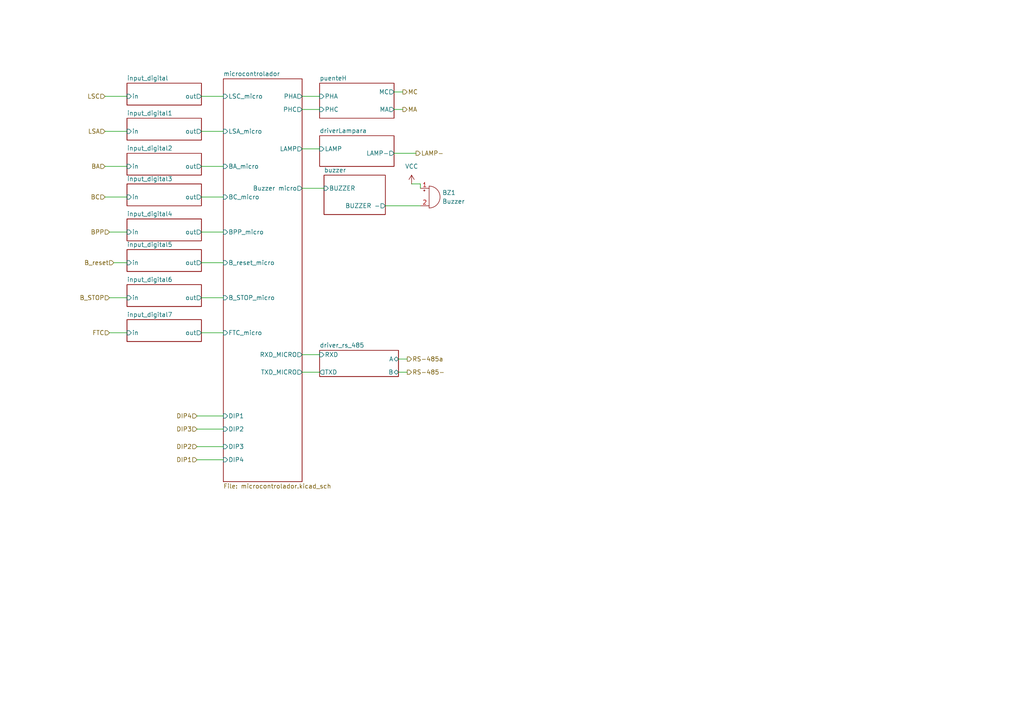
<source format=kicad_sch>
(kicad_sch
	(version 20250114)
	(generator "eeschema")
	(generator_version "9.0")
	(uuid "fc91fe1c-2237-46bf-bda6-89d7e4ab7495")
	(paper "A4")
	(lib_symbols
		(symbol "Device:Buzzer"
			(pin_names
				(offset 0.0254)
				(hide yes)
			)
			(exclude_from_sim no)
			(in_bom yes)
			(on_board yes)
			(property "Reference" "BZ"
				(at 3.81 1.27 0)
				(effects
					(font
						(size 1.27 1.27)
					)
					(justify left)
				)
			)
			(property "Value" "Buzzer"
				(at 3.81 -1.27 0)
				(effects
					(font
						(size 1.27 1.27)
					)
					(justify left)
				)
			)
			(property "Footprint" ""
				(at -0.635 2.54 90)
				(effects
					(font
						(size 1.27 1.27)
					)
					(hide yes)
				)
			)
			(property "Datasheet" "~"
				(at -0.635 2.54 90)
				(effects
					(font
						(size 1.27 1.27)
					)
					(hide yes)
				)
			)
			(property "Description" "Buzzer, polarized"
				(at 0 0 0)
				(effects
					(font
						(size 1.27 1.27)
					)
					(hide yes)
				)
			)
			(property "ki_keywords" "quartz resonator ceramic"
				(at 0 0 0)
				(effects
					(font
						(size 1.27 1.27)
					)
					(hide yes)
				)
			)
			(property "ki_fp_filters" "*Buzzer*"
				(at 0 0 0)
				(effects
					(font
						(size 1.27 1.27)
					)
					(hide yes)
				)
			)
			(symbol "Buzzer_0_1"
				(polyline
					(pts
						(xy -1.651 1.905) (xy -1.143 1.905)
					)
					(stroke
						(width 0)
						(type default)
					)
					(fill
						(type none)
					)
				)
				(polyline
					(pts
						(xy -1.397 2.159) (xy -1.397 1.651)
					)
					(stroke
						(width 0)
						(type default)
					)
					(fill
						(type none)
					)
				)
				(arc
					(start 0 3.175)
					(mid 3.1612 0)
					(end 0 -3.175)
					(stroke
						(width 0)
						(type default)
					)
					(fill
						(type none)
					)
				)
				(polyline
					(pts
						(xy 0 3.175) (xy 0 -3.175)
					)
					(stroke
						(width 0)
						(type default)
					)
					(fill
						(type none)
					)
				)
			)
			(symbol "Buzzer_1_1"
				(pin passive line
					(at -2.54 2.54 0)
					(length 2.54)
					(name "+"
						(effects
							(font
								(size 1.27 1.27)
							)
						)
					)
					(number "1"
						(effects
							(font
								(size 1.27 1.27)
							)
						)
					)
				)
				(pin passive line
					(at -2.54 -2.54 0)
					(length 2.54)
					(name "-"
						(effects
							(font
								(size 1.27 1.27)
							)
						)
					)
					(number "2"
						(effects
							(font
								(size 1.27 1.27)
							)
						)
					)
				)
			)
			(embedded_fonts no)
		)
		(symbol "power:VCC"
			(power)
			(pin_numbers
				(hide yes)
			)
			(pin_names
				(offset 0)
				(hide yes)
			)
			(exclude_from_sim no)
			(in_bom yes)
			(on_board yes)
			(property "Reference" "#PWR"
				(at 0 -3.81 0)
				(effects
					(font
						(size 1.27 1.27)
					)
					(hide yes)
				)
			)
			(property "Value" "VCC"
				(at 0 3.556 0)
				(effects
					(font
						(size 1.27 1.27)
					)
				)
			)
			(property "Footprint" ""
				(at 0 0 0)
				(effects
					(font
						(size 1.27 1.27)
					)
					(hide yes)
				)
			)
			(property "Datasheet" ""
				(at 0 0 0)
				(effects
					(font
						(size 1.27 1.27)
					)
					(hide yes)
				)
			)
			(property "Description" "Power symbol creates a global label with name \"VCC\""
				(at 0 0 0)
				(effects
					(font
						(size 1.27 1.27)
					)
					(hide yes)
				)
			)
			(property "ki_keywords" "global power"
				(at 0 0 0)
				(effects
					(font
						(size 1.27 1.27)
					)
					(hide yes)
				)
			)
			(symbol "VCC_0_1"
				(polyline
					(pts
						(xy -0.762 1.27) (xy 0 2.54)
					)
					(stroke
						(width 0)
						(type default)
					)
					(fill
						(type none)
					)
				)
				(polyline
					(pts
						(xy 0 2.54) (xy 0.762 1.27)
					)
					(stroke
						(width 0)
						(type default)
					)
					(fill
						(type none)
					)
				)
				(polyline
					(pts
						(xy 0 0) (xy 0 2.54)
					)
					(stroke
						(width 0)
						(type default)
					)
					(fill
						(type none)
					)
				)
			)
			(symbol "VCC_1_1"
				(pin power_in line
					(at 0 0 90)
					(length 0)
					(name "~"
						(effects
							(font
								(size 1.27 1.27)
							)
						)
					)
					(number "1"
						(effects
							(font
								(size 1.27 1.27)
							)
						)
					)
				)
			)
			(embedded_fonts no)
		)
	)
	(wire
		(pts
			(xy 121.92 53.34) (xy 121.92 54.61)
		)
		(stroke
			(width 0)
			(type default)
		)
		(uuid "0aa84c09-4fad-453b-b922-d76f6aeec04d")
	)
	(wire
		(pts
			(xy 87.63 43.18) (xy 92.71 43.18)
		)
		(stroke
			(width 0)
			(type default)
		)
		(uuid "0e42d8db-b3f8-42cc-b512-58357173be34")
	)
	(wire
		(pts
			(xy 30.48 38.1) (xy 36.83 38.1)
		)
		(stroke
			(width 0)
			(type default)
		)
		(uuid "0e7d8416-1bbc-489f-9931-ca6d9622f997")
	)
	(wire
		(pts
			(xy 87.63 27.94) (xy 92.71 27.94)
		)
		(stroke
			(width 0)
			(type default)
		)
		(uuid "203b9f4a-469c-415c-a063-b3790b9feb30")
	)
	(wire
		(pts
			(xy 30.48 48.26) (xy 36.83 48.26)
		)
		(stroke
			(width 0)
			(type default)
		)
		(uuid "36aa04ee-ef43-417d-9935-f73cd4d38546")
	)
	(wire
		(pts
			(xy 30.48 27.94) (xy 36.83 27.94)
		)
		(stroke
			(width 0)
			(type default)
		)
		(uuid "460c413a-6b7c-49e5-810b-5aea363429fd")
	)
	(wire
		(pts
			(xy 111.76 59.69) (xy 121.92 59.69)
		)
		(stroke
			(width 0)
			(type default)
		)
		(uuid "46c3b805-b060-4e7e-97c3-0ffd317b0cea")
	)
	(wire
		(pts
			(xy 58.42 38.1) (xy 64.77 38.1)
		)
		(stroke
			(width 0)
			(type default)
		)
		(uuid "4af313f7-8820-46a2-886b-42650dc98d7c")
	)
	(wire
		(pts
			(xy 58.42 76.2) (xy 64.77 76.2)
		)
		(stroke
			(width 0)
			(type default)
		)
		(uuid "55bc6944-bc89-49ed-8a66-f3c6f431a49c")
	)
	(wire
		(pts
			(xy 33.02 76.2) (xy 36.83 76.2)
		)
		(stroke
			(width 0)
			(type default)
		)
		(uuid "61e9a40e-29b1-49b1-b3b4-e2d1deeb0548")
	)
	(wire
		(pts
			(xy 115.57 104.14) (xy 118.11 104.14)
		)
		(stroke
			(width 0)
			(type default)
		)
		(uuid "6265fbc8-cdde-45c4-92ab-42ddff6c3435")
	)
	(wire
		(pts
			(xy 115.57 107.95) (xy 118.11 107.95)
		)
		(stroke
			(width 0)
			(type default)
		)
		(uuid "70bb34a7-347a-4dda-86f8-f2d59f3c16b8")
	)
	(wire
		(pts
			(xy 58.42 27.94) (xy 64.77 27.94)
		)
		(stroke
			(width 0)
			(type default)
		)
		(uuid "711a04ff-ddf0-4415-8ef5-23bd2d0588a2")
	)
	(wire
		(pts
			(xy 87.63 102.87) (xy 92.71 102.87)
		)
		(stroke
			(width 0)
			(type default)
		)
		(uuid "73ebaa07-97ff-4990-b786-a0c412361358")
	)
	(wire
		(pts
			(xy 58.42 86.36) (xy 64.77 86.36)
		)
		(stroke
			(width 0)
			(type default)
		)
		(uuid "76077fe3-c4a9-4417-82d9-68e9b47f8c23")
	)
	(wire
		(pts
			(xy 58.42 67.31) (xy 64.77 67.31)
		)
		(stroke
			(width 0)
			(type default)
		)
		(uuid "7aefd4e7-b620-4e3c-9c40-fc5082a97400")
	)
	(wire
		(pts
			(xy 58.42 57.15) (xy 64.77 57.15)
		)
		(stroke
			(width 0)
			(type default)
		)
		(uuid "88f9dbae-914d-4cc9-901e-00ae1660ee1c")
	)
	(wire
		(pts
			(xy 31.75 96.52) (xy 36.83 96.52)
		)
		(stroke
			(width 0)
			(type default)
		)
		(uuid "8d592de4-c56d-4f1e-8742-0b9a7bb2ff05")
	)
	(wire
		(pts
			(xy 57.15 133.35) (xy 64.77 133.35)
		)
		(stroke
			(width 0)
			(type default)
		)
		(uuid "9e68e483-1e4f-44b8-be31-500ce7628d9e")
	)
	(wire
		(pts
			(xy 31.75 67.31) (xy 36.83 67.31)
		)
		(stroke
			(width 0)
			(type default)
		)
		(uuid "a05e68e4-0de2-4f45-860d-c34aba5d6888")
	)
	(wire
		(pts
			(xy 57.15 120.65) (xy 64.77 120.65)
		)
		(stroke
			(width 0)
			(type default)
		)
		(uuid "a84a57b3-c81c-40de-9297-2ca18cabab46")
	)
	(wire
		(pts
			(xy 30.48 57.15) (xy 36.83 57.15)
		)
		(stroke
			(width 0)
			(type default)
		)
		(uuid "a9f0e3e0-82f5-4175-a90b-d987d1001012")
	)
	(wire
		(pts
			(xy 87.63 54.61) (xy 93.98 54.61)
		)
		(stroke
			(width 0)
			(type default)
		)
		(uuid "bbed0be6-6c98-4bb9-9adb-b7db26a75a16")
	)
	(wire
		(pts
			(xy 57.15 129.54) (xy 64.77 129.54)
		)
		(stroke
			(width 0)
			(type default)
		)
		(uuid "cdf16088-a064-4c0a-b2fd-4e2f53cfbc65")
	)
	(wire
		(pts
			(xy 114.3 31.75) (xy 116.84 31.75)
		)
		(stroke
			(width 0)
			(type default)
		)
		(uuid "d19db01a-aecd-4671-b765-b58a6f54d03a")
	)
	(wire
		(pts
			(xy 58.42 48.26) (xy 64.77 48.26)
		)
		(stroke
			(width 0)
			(type default)
		)
		(uuid "d7614583-f04b-4381-ad12-f447bcd62786")
	)
	(wire
		(pts
			(xy 114.3 26.67) (xy 116.84 26.67)
		)
		(stroke
			(width 0)
			(type default)
		)
		(uuid "dbc87232-d5c2-4682-8d25-eea1113d6687")
	)
	(wire
		(pts
			(xy 87.63 107.95) (xy 92.71 107.95)
		)
		(stroke
			(width 0)
			(type default)
		)
		(uuid "e7383b6f-5fe6-4a6b-a3d1-8dd088595148")
	)
	(wire
		(pts
			(xy 58.42 96.52) (xy 64.77 96.52)
		)
		(stroke
			(width 0)
			(type default)
		)
		(uuid "ea164012-c232-4729-badc-a50c9f3d2497")
	)
	(wire
		(pts
			(xy 119.38 53.34) (xy 121.92 53.34)
		)
		(stroke
			(width 0)
			(type default)
		)
		(uuid "ea267098-089a-4cda-aef7-ed34fb43dd9d")
	)
	(wire
		(pts
			(xy 31.75 86.36) (xy 36.83 86.36)
		)
		(stroke
			(width 0)
			(type default)
		)
		(uuid "ebbd5452-a765-41d0-85cd-66484ee7f573")
	)
	(wire
		(pts
			(xy 87.63 31.75) (xy 92.71 31.75)
		)
		(stroke
			(width 0)
			(type default)
		)
		(uuid "ec5ab31d-46ab-4038-acc6-4abb5f2b24aa")
	)
	(wire
		(pts
			(xy 57.15 124.46) (xy 64.77 124.46)
		)
		(stroke
			(width 0)
			(type default)
		)
		(uuid "ece0fd87-e8a3-4f39-b122-b8823a101924")
	)
	(wire
		(pts
			(xy 114.3 44.45) (xy 120.65 44.45)
		)
		(stroke
			(width 0)
			(type default)
		)
		(uuid "f261064a-5bbd-4865-814a-75ac5afb9448")
	)
	(hierarchical_label "B­_STOP"
		(shape input)
		(at 31.75 86.36 180)
		(effects
			(font
				(size 1.27 1.27)
			)
			(justify right)
		)
		(uuid "0d4d56da-6c61-4b31-be9b-4dc97a2f4497")
	)
	(hierarchical_label "RS-485a"
		(shape output)
		(at 118.11 104.14 0)
		(effects
			(font
				(size 1.27 1.27)
			)
			(justify left)
		)
		(uuid "0e81b208-c3f5-426e-9699-1af0669eb551")
	)
	(hierarchical_label "BC"
		(shape input)
		(at 30.48 57.15 180)
		(effects
			(font
				(size 1.27 1.27)
			)
			(justify right)
		)
		(uuid "10214a26-dde2-4732-8d39-cc36347db489")
	)
	(hierarchical_label "DIP2"
		(shape input)
		(at 57.15 129.54 180)
		(effects
			(font
				(size 1.27 1.27)
			)
			(justify right)
		)
		(uuid "14b71a32-ad4e-4f40-99e5-9395e981b2b3")
	)
	(hierarchical_label "MA"
		(shape output)
		(at 116.84 31.75 0)
		(effects
			(font
				(size 1.27 1.27)
			)
			(justify left)
		)
		(uuid "19325b16-1fcf-4d51-a28c-79b91db98be0")
	)
	(hierarchical_label "DIP4"
		(shape input)
		(at 57.15 120.65 180)
		(effects
			(font
				(size 1.27 1.27)
			)
			(justify right)
		)
		(uuid "1b795bf6-2f1e-4560-ac52-31a40fa20119")
	)
	(hierarchical_label "LSC"
		(shape input)
		(at 30.48 27.94 180)
		(effects
			(font
				(size 1.27 1.27)
			)
			(justify right)
		)
		(uuid "3c1aff68-f2dc-4ebc-9a80-d997ea5decf7")
	)
	(hierarchical_label "DIP1"
		(shape input)
		(at 57.15 133.35 180)
		(effects
			(font
				(size 1.27 1.27)
			)
			(justify right)
		)
		(uuid "66664653-af7f-4d0f-8907-5a40cc385f46")
	)
	(hierarchical_label "BA"
		(shape input)
		(at 30.48 48.26 180)
		(effects
			(font
				(size 1.27 1.27)
			)
			(justify right)
		)
		(uuid "677cd92c-2dcf-4b1c-9020-90c0c6c5b579")
	)
	(hierarchical_label "FTC"
		(shape input)
		(at 31.75 96.52 180)
		(effects
			(font
				(size 1.27 1.27)
			)
			(justify right)
		)
		(uuid "8d5ef5e7-8439-4355-9453-ac45b0647b13")
	)
	(hierarchical_label "BPP"
		(shape input)
		(at 31.75 67.31 180)
		(effects
			(font
				(size 1.27 1.27)
			)
			(justify right)
		)
		(uuid "93faa285-5ee5-466a-9327-8cee38e317c4")
	)
	(hierarchical_label "LSA"
		(shape input)
		(at 30.48 38.1 180)
		(effects
			(font
				(size 1.27 1.27)
			)
			(justify right)
		)
		(uuid "9c70576a-b864-4366-b7f4-a914778bd820")
	)
	(hierarchical_label "LAMP-"
		(shape output)
		(at 120.65 44.45 0)
		(effects
			(font
				(size 1.27 1.27)
			)
			(justify left)
		)
		(uuid "9e33dcf3-d886-493f-aecd-4a137c07e492")
	)
	(hierarchical_label "MC"
		(shape output)
		(at 116.84 26.67 0)
		(effects
			(font
				(size 1.27 1.27)
			)
			(justify left)
		)
		(uuid "b6703265-a165-40d0-b306-0c0df4417f54")
	)
	(hierarchical_label "DIP3"
		(shape input)
		(at 57.15 124.46 180)
		(effects
			(font
				(size 1.27 1.27)
			)
			(justify right)
		)
		(uuid "b737511c-2ee2-4ccd-b4be-a16dfad68999")
	)
	(hierarchical_label "RS-485-"
		(shape output)
		(at 118.11 107.95 0)
		(effects
			(font
				(size 1.27 1.27)
			)
			(justify left)
		)
		(uuid "d91f875e-6ffb-47f0-9d5a-cc03f05eec4c")
	)
	(hierarchical_label "B­_reset"
		(shape input)
		(at 33.02 76.2 180)
		(effects
			(font
				(size 1.27 1.27)
			)
			(justify right)
		)
		(uuid "f2c967fa-278c-49f1-a1fb-e0ea9861d2ad")
	)
	(symbol
		(lib_id "power:VCC")
		(at 119.38 53.34 0)
		(unit 1)
		(exclude_from_sim no)
		(in_bom yes)
		(on_board yes)
		(dnp no)
		(fields_autoplaced yes)
		(uuid "38356fb4-1cf8-41b7-808f-1d426a78974d")
		(property "Reference" "#PWR043"
			(at 119.38 57.15 0)
			(effects
				(font
					(size 1.27 1.27)
				)
				(hide yes)
			)
		)
		(property "Value" "VCC"
			(at 119.38 48.26 0)
			(effects
				(font
					(size 1.27 1.27)
				)
			)
		)
		(property "Footprint" ""
			(at 119.38 53.34 0)
			(effects
				(font
					(size 1.27 1.27)
				)
				(hide yes)
			)
		)
		(property "Datasheet" ""
			(at 119.38 53.34 0)
			(effects
				(font
					(size 1.27 1.27)
				)
				(hide yes)
			)
		)
		(property "Description" "Power symbol creates a global label with name \"VCC\""
			(at 119.38 53.34 0)
			(effects
				(font
					(size 1.27 1.27)
				)
				(hide yes)
			)
		)
		(pin "1"
			(uuid "0bcb4200-6b8f-418e-b36a-852c5d5696d2")
		)
		(instances
			(project "micro_portonautomatico"
				(path "/da1145e1-2c07-4dac-8610-a797132a4086/8b49da45-845a-4e7e-a7fe-429c55383e8c"
					(reference "#PWR043")
					(unit 1)
				)
			)
		)
	)
	(symbol
		(lib_id "Device:Buzzer")
		(at 124.46 57.15 0)
		(unit 1)
		(exclude_from_sim no)
		(in_bom yes)
		(on_board yes)
		(dnp no)
		(fields_autoplaced yes)
		(uuid "8371fa4a-9db8-4595-8679-205dc43069ca")
		(property "Reference" "BZ1"
			(at 128.27 55.8799 0)
			(effects
				(font
					(size 1.27 1.27)
				)
				(justify left)
			)
		)
		(property "Value" "Buzzer"
			(at 128.27 58.4199 0)
			(effects
				(font
					(size 1.27 1.27)
				)
				(justify left)
			)
		)
		(property "Footprint" ""
			(at 123.825 54.61 90)
			(effects
				(font
					(size 1.27 1.27)
				)
				(hide yes)
			)
		)
		(property "Datasheet" "~"
			(at 123.825 54.61 90)
			(effects
				(font
					(size 1.27 1.27)
				)
				(hide yes)
			)
		)
		(property "Description" "Buzzer, polarized"
			(at 124.46 57.15 0)
			(effects
				(font
					(size 1.27 1.27)
				)
				(hide yes)
			)
		)
		(pin "2"
			(uuid "ccf8e247-2466-4127-b92a-c6a29cfa13af")
		)
		(pin "1"
			(uuid "05c2860e-1327-48df-b825-0d0bd42a5ef6")
		)
		(instances
			(project "micro_portonautomatico"
				(path "/da1145e1-2c07-4dac-8610-a797132a4086/8b49da45-845a-4e7e-a7fe-429c55383e8c"
					(reference "BZ1")
					(unit 1)
				)
			)
		)
	)
	(sheet
		(at 93.98 50.8)
		(size 17.78 11.43)
		(exclude_from_sim no)
		(in_bom yes)
		(on_board yes)
		(dnp no)
		(fields_autoplaced yes)
		(stroke
			(width 0.1524)
			(type solid)
		)
		(fill
			(color 0 0 0 0.0000)
		)
		(uuid "09e59ffd-dfa3-410f-80df-7f6b336d8728")
		(property "Sheetname" "buzzer"
			(at 93.98 50.0884 0)
			(effects
				(font
					(size 1.27 1.27)
				)
				(justify left bottom)
			)
		)
		(property "Sheetfile" "buzzer.kicad_sch"
			(at 93.98 62.8146 0)
			(effects
				(font
					(size 1.27 1.27)
				)
				(justify left top)
				(hide yes)
			)
		)
		(pin "BUZZER" input
			(at 93.98 54.61 180)
			(uuid "baa224b8-1326-4dd2-803a-083d33508749")
			(effects
				(font
					(size 1.27 1.27)
				)
				(justify left)
			)
		)
		(pin "BUZZER -" output
			(at 111.76 59.69 0)
			(uuid "813fc799-964a-4707-86a2-124a1399c1cd")
			(effects
				(font
					(size 1.27 1.27)
				)
				(justify right)
			)
		)
		(instances
			(project "micro_portonautomatico"
				(path "/da1145e1-2c07-4dac-8610-a797132a4086/8b49da45-845a-4e7e-a7fe-429c55383e8c"
					(page "16")
				)
			)
		)
	)
	(sheet
		(at 92.71 101.6)
		(size 22.86 7.62)
		(exclude_from_sim no)
		(in_bom yes)
		(on_board yes)
		(dnp no)
		(fields_autoplaced yes)
		(stroke
			(width 0.1524)
			(type solid)
		)
		(fill
			(color 0 0 0 0.0000)
		)
		(uuid "15bcdeb6-f06e-4254-848c-44ca59e44e8f")
		(property "Sheetname" "driver_rs_485"
			(at 92.71 100.8884 0)
			(effects
				(font
					(size 1.27 1.27)
				)
				(justify left bottom)
			)
		)
		(property "Sheetfile" "driver_rs_485.kicad_sch"
			(at 92.71 109.8046 0)
			(effects
				(font
					(size 1.27 1.27)
				)
				(justify left top)
				(hide yes)
			)
		)
		(pin "A" bidirectional
			(at 115.57 104.14 0)
			(uuid "4814d1cd-6917-49f6-863e-6226175ae21b")
			(effects
				(font
					(size 1.27 1.27)
				)
				(justify right)
			)
		)
		(pin "B" bidirectional
			(at 115.57 107.95 0)
			(uuid "b9eaa67a-2b08-4427-b3d9-af52ec57e03d")
			(effects
				(font
					(size 1.27 1.27)
				)
				(justify right)
			)
		)
		(pin "RXD" input
			(at 92.71 102.87 180)
			(uuid "3c75b13a-d267-48d9-b912-17ba05153814")
			(effects
				(font
					(size 1.27 1.27)
				)
				(justify left)
			)
		)
		(pin "TXD" output
			(at 92.71 107.95 180)
			(uuid "8b94d537-e8f7-42f8-af1c-3f3d73ca7a5c")
			(effects
				(font
					(size 1.27 1.27)
				)
				(justify left)
			)
		)
		(instances
			(project "micro_portonautomatico"
				(path "/da1145e1-2c07-4dac-8610-a797132a4086/8b49da45-845a-4e7e-a7fe-429c55383e8c"
					(page "16")
				)
			)
		)
	)
	(sheet
		(at 36.83 82.55)
		(size 21.59 6.35)
		(exclude_from_sim no)
		(in_bom yes)
		(on_board yes)
		(dnp no)
		(fields_autoplaced yes)
		(stroke
			(width 0.1524)
			(type solid)
		)
		(fill
			(color 0 0 0 0.0000)
		)
		(uuid "192b6e6b-c257-47fe-88cc-69f949e65f26")
		(property "Sheetname" "input_digital6"
			(at 36.83 81.8384 0)
			(effects
				(font
					(size 1.27 1.27)
				)
				(justify left bottom)
			)
		)
		(property "Sheetfile" "input_digital.kicad_sch"
			(at 36.83 89.4846 0)
			(effects
				(font
					(size 1.27 1.27)
				)
				(justify left top)
				(hide yes)
			)
		)
		(pin "in" input
			(at 36.83 86.36 180)
			(uuid "012b64a6-bca8-4d88-8e13-dc2e067a5862")
			(effects
				(font
					(size 1.27 1.27)
				)
				(justify left)
			)
		)
		(pin "out" output
			(at 58.42 86.36 0)
			(uuid "2c7c6ee2-7ce0-475a-bf5a-03d925c4c92c")
			(effects
				(font
					(size 1.27 1.27)
				)
				(justify right)
			)
		)
		(instances
			(project "micro_portonautomatico"
				(path "/da1145e1-2c07-4dac-8610-a797132a4086/8b49da45-845a-4e7e-a7fe-429c55383e8c"
					(page "9")
				)
			)
		)
	)
	(sheet
		(at 36.83 24.13)
		(size 21.59 6.35)
		(exclude_from_sim no)
		(in_bom yes)
		(on_board yes)
		(dnp no)
		(fields_autoplaced yes)
		(stroke
			(width 0.1524)
			(type solid)
		)
		(fill
			(color 0 0 0 0.0000)
		)
		(uuid "320fa587-ed47-4e6b-b882-f5ae5c58fd63")
		(property "Sheetname" "input_digital"
			(at 36.83 23.4184 0)
			(effects
				(font
					(size 1.27 1.27)
				)
				(justify left bottom)
			)
		)
		(property "Sheetfile" "input_digital.kicad_sch"
			(at 36.83 31.0646 0)
			(effects
				(font
					(size 1.27 1.27)
				)
				(justify left top)
				(hide yes)
			)
		)
		(pin "in" input
			(at 36.83 27.94 180)
			(uuid "ce445759-fd34-4dbb-9a99-5e4844021e7f")
			(effects
				(font
					(size 1.27 1.27)
				)
				(justify left)
			)
		)
		(pin "out" output
			(at 58.42 27.94 0)
			(uuid "8f9773e2-58cb-4a48-96ba-d346c0f399e4")
			(effects
				(font
					(size 1.27 1.27)
				)
				(justify right)
			)
		)
		(instances
			(project "micro_portonautomatico"
				(path "/da1145e1-2c07-4dac-8610-a797132a4086/8b49da45-845a-4e7e-a7fe-429c55383e8c"
					(page "3")
				)
			)
		)
	)
	(sheet
		(at 36.83 92.71)
		(size 21.59 6.35)
		(exclude_from_sim no)
		(in_bom yes)
		(on_board yes)
		(dnp no)
		(fields_autoplaced yes)
		(stroke
			(width 0.1524)
			(type solid)
		)
		(fill
			(color 0 0 0 0.0000)
		)
		(uuid "74f1a635-6235-4f03-aa1b-17aa9f0571f3")
		(property "Sheetname" "input_digital7"
			(at 36.83 91.9984 0)
			(effects
				(font
					(size 1.27 1.27)
				)
				(justify left bottom)
			)
		)
		(property "Sheetfile" "input_digital.kicad_sch"
			(at 36.83 99.6446 0)
			(effects
				(font
					(size 1.27 1.27)
				)
				(justify left top)
				(hide yes)
			)
		)
		(pin "in" input
			(at 36.83 96.52 180)
			(uuid "fdf9129f-5d80-4737-9b24-2da7e88ebbfe")
			(effects
				(font
					(size 1.27 1.27)
				)
				(justify left)
			)
		)
		(pin "out" output
			(at 58.42 96.52 0)
			(uuid "d7b5a17e-2e8b-4c5d-b23d-9f824ea0f304")
			(effects
				(font
					(size 1.27 1.27)
				)
				(justify right)
			)
		)
		(instances
			(project "micro_portonautomatico"
				(path "/da1145e1-2c07-4dac-8610-a797132a4086/8b49da45-845a-4e7e-a7fe-429c55383e8c"
					(page "10")
				)
			)
		)
	)
	(sheet
		(at 92.71 39.37)
		(size 21.59 8.89)
		(exclude_from_sim no)
		(in_bom yes)
		(on_board yes)
		(dnp no)
		(fields_autoplaced yes)
		(stroke
			(width 0.1524)
			(type solid)
		)
		(fill
			(color 0 0 0 0.0000)
		)
		(uuid "7c51be51-d236-4b5d-862a-5440c80fe6c2")
		(property "Sheetname" "driverLampara"
			(at 92.71 38.6584 0)
			(effects
				(font
					(size 1.27 1.27)
				)
				(justify left bottom)
			)
		)
		(property "Sheetfile" "driverLampara.kicad_sch"
			(at 92.71 48.8446 0)
			(effects
				(font
					(size 1.27 1.27)
				)
				(justify left top)
				(hide yes)
			)
		)
		(pin "LAMP" input
			(at 92.71 43.18 180)
			(uuid "dc7f9b7d-dc66-4577-ae42-9aa50bc6f5be")
			(effects
				(font
					(size 1.27 1.27)
				)
				(justify left)
			)
		)
		(pin "LAMP-" output
			(at 114.3 44.45 0)
			(uuid "a23d902f-df73-4a8f-94bb-0120c29b7d8d")
			(effects
				(font
					(size 1.27 1.27)
				)
				(justify right)
			)
		)
		(instances
			(project "micro_portonautomatico"
				(path "/da1145e1-2c07-4dac-8610-a797132a4086/8b49da45-845a-4e7e-a7fe-429c55383e8c"
					(page "15")
				)
			)
		)
	)
	(sheet
		(at 36.83 44.45)
		(size 21.59 6.35)
		(exclude_from_sim no)
		(in_bom yes)
		(on_board yes)
		(dnp no)
		(fields_autoplaced yes)
		(stroke
			(width 0.1524)
			(type solid)
		)
		(fill
			(color 0 0 0 0.0000)
		)
		(uuid "9c00ea3c-754f-409d-a292-390966fc3a6a")
		(property "Sheetname" "input_digital2"
			(at 36.83 43.7384 0)
			(effects
				(font
					(size 1.27 1.27)
				)
				(justify left bottom)
			)
		)
		(property "Sheetfile" "input_digital.kicad_sch"
			(at 36.83 51.3846 0)
			(effects
				(font
					(size 1.27 1.27)
				)
				(justify left top)
				(hide yes)
			)
		)
		(pin "in" input
			(at 36.83 48.26 180)
			(uuid "e6bcddfb-f43f-45f6-a9b7-f8dc19d515c6")
			(effects
				(font
					(size 1.27 1.27)
				)
				(justify left)
			)
		)
		(pin "out" output
			(at 58.42 48.26 0)
			(uuid "45c66f08-c04c-457c-bfd9-4f6e22af9e9f")
			(effects
				(font
					(size 1.27 1.27)
				)
				(justify right)
			)
		)
		(instances
			(project "micro_portonautomatico"
				(path "/da1145e1-2c07-4dac-8610-a797132a4086/8b49da45-845a-4e7e-a7fe-429c55383e8c"
					(page "5")
				)
			)
		)
	)
	(sheet
		(at 36.83 63.5)
		(size 21.59 6.35)
		(exclude_from_sim no)
		(in_bom yes)
		(on_board yes)
		(dnp no)
		(fields_autoplaced yes)
		(stroke
			(width 0.1524)
			(type solid)
		)
		(fill
			(color 0 0 0 0.0000)
		)
		(uuid "a202ef18-82b7-412e-89bd-bc72f47c73c9")
		(property "Sheetname" "input_digital4"
			(at 36.83 62.7884 0)
			(effects
				(font
					(size 1.27 1.27)
				)
				(justify left bottom)
			)
		)
		(property "Sheetfile" "input_digital.kicad_sch"
			(at 36.83 70.4346 0)
			(effects
				(font
					(size 1.27 1.27)
				)
				(justify left top)
				(hide yes)
			)
		)
		(pin "in" input
			(at 36.83 67.31 180)
			(uuid "4b508c30-c2a8-4fc2-be33-ac7af91150ab")
			(effects
				(font
					(size 1.27 1.27)
				)
				(justify left)
			)
		)
		(pin "out" output
			(at 58.42 67.31 0)
			(uuid "17c8ee52-32b0-45ac-9c1c-4299556ad755")
			(effects
				(font
					(size 1.27 1.27)
				)
				(justify right)
			)
		)
		(instances
			(project "micro_portonautomatico"
				(path "/da1145e1-2c07-4dac-8610-a797132a4086/8b49da45-845a-4e7e-a7fe-429c55383e8c"
					(page "7")
				)
			)
		)
	)
	(sheet
		(at 64.77 22.86)
		(size 22.86 116.84)
		(exclude_from_sim no)
		(in_bom yes)
		(on_board yes)
		(dnp no)
		(fields_autoplaced yes)
		(stroke
			(width 0.1524)
			(type solid)
		)
		(fill
			(color 0 0 0 0.0000)
		)
		(uuid "a415f85b-1d72-4228-a43b-54bc1c97356d")
		(property "Sheetname" "microcontrolador"
			(at 64.77 22.1484 0)
			(effects
				(font
					(size 1.27 1.27)
				)
				(justify left bottom)
			)
		)
		(property "Sheetfile" "microcontrolador.kicad_sch"
			(at 64.77 140.2846 0)
			(effects
				(font
					(size 1.27 1.27)
				)
				(justify left top)
			)
		)
		(pin "DIP3" input
			(at 64.77 129.54 180)
			(uuid "6daefdd4-9a7b-4411-9297-b6e5203a866b")
			(effects
				(font
					(size 1.27 1.27)
				)
				(justify left)
			)
		)
		(pin "DIP1" input
			(at 64.77 120.65 180)
			(uuid "5b8668eb-6d76-40ec-9f39-973fb1ce94a2")
			(effects
				(font
					(size 1.27 1.27)
				)
				(justify left)
			)
		)
		(pin "DIP2" input
			(at 64.77 124.46 180)
			(uuid "eb4df67c-4ca2-44df-8386-ba9cc0376685")
			(effects
				(font
					(size 1.27 1.27)
				)
				(justify left)
			)
		)
		(pin "DIP4" input
			(at 64.77 133.35 180)
			(uuid "a3f5e984-e770-4714-8113-72e371f12865")
			(effects
				(font
					(size 1.27 1.27)
				)
				(justify left)
			)
		)
		(pin "LSC_micro" input
			(at 64.77 27.94 180)
			(uuid "4ef6a734-3eaf-45ef-a923-60db8a1a3922")
			(effects
				(font
					(size 1.27 1.27)
				)
				(justify left)
			)
		)
		(pin "LSA_micro" input
			(at 64.77 38.1 180)
			(uuid "957d3d99-15f7-441d-8187-d56404beb998")
			(effects
				(font
					(size 1.27 1.27)
				)
				(justify left)
			)
		)
		(pin "BA_micro" input
			(at 64.77 48.26 180)
			(uuid "57131397-ee79-41b3-9393-53a71f9e1b29")
			(effects
				(font
					(size 1.27 1.27)
				)
				(justify left)
			)
		)
		(pin "BC_micro" input
			(at 64.77 57.15 180)
			(uuid "0a16ff9e-e29c-49f0-a352-59068ae2ba6a")
			(effects
				(font
					(size 1.27 1.27)
				)
				(justify left)
			)
		)
		(pin "B­_STOP_micro" input
			(at 64.77 86.36 180)
			(uuid "e53fba03-d86f-4b05-8bac-870d932f1aa9")
			(effects
				(font
					(size 1.27 1.27)
				)
				(justify left)
			)
		)
		(pin "BPP_micro" input
			(at 64.77 67.31 180)
			(uuid "1b191666-b3bc-4da3-bd61-7b0f1c3444ef")
			(effects
				(font
					(size 1.27 1.27)
				)
				(justify left)
			)
		)
		(pin "B­_reset_micro" input
			(at 64.77 76.2 180)
			(uuid "d33b2ac4-4709-4e66-9ae8-faa456a66123")
			(effects
				(font
					(size 1.27 1.27)
				)
				(justify left)
			)
		)
		(pin "FTC_micro" input
			(at 64.77 96.52 180)
			(uuid "1225aa49-0140-4e1c-a19b-24d12cbcdbac")
			(effects
				(font
					(size 1.27 1.27)
				)
				(justify left)
			)
		)
		(pin "PHA" output
			(at 87.63 27.94 0)
			(uuid "d4311f0f-341f-493f-b06d-4cf35270534b")
			(effects
				(font
					(size 1.27 1.27)
				)
				(justify right)
			)
		)
		(pin "PHC" output
			(at 87.63 31.75 0)
			(uuid "66553b5b-1c1b-4728-a9bc-c1fc769e73b3")
			(effects
				(font
					(size 1.27 1.27)
				)
				(justify right)
			)
		)
		(pin "LAMP" output
			(at 87.63 43.18 0)
			(uuid "8913fb7b-fdd8-4913-86ea-3d09bece4c21")
			(effects
				(font
					(size 1.27 1.27)
				)
				(justify right)
			)
		)
		(pin "Buzzer micro" output
			(at 87.63 54.61 0)
			(uuid "bc698550-3976-437c-8567-54dd147f870c")
			(effects
				(font
					(size 1.27 1.27)
				)
				(justify right)
			)
		)
		(pin "RXD_MICRO" output
			(at 87.63 102.87 0)
			(uuid "bacb21b0-99a3-4824-9707-1fc9ec42ab0c")
			(effects
				(font
					(size 1.27 1.27)
				)
				(justify right)
			)
		)
		(pin "TXD_MICRO" output
			(at 87.63 107.95 0)
			(uuid "161508a7-3cfd-45ab-85ad-e933640a243e")
			(effects
				(font
					(size 1.27 1.27)
				)
				(justify right)
			)
		)
		(instances
			(project "micro_portonautomatico"
				(path "/da1145e1-2c07-4dac-8610-a797132a4086/8b49da45-845a-4e7e-a7fe-429c55383e8c"
					(page "12")
				)
			)
		)
	)
	(sheet
		(at 36.83 53.34)
		(size 21.59 6.35)
		(exclude_from_sim no)
		(in_bom yes)
		(on_board yes)
		(dnp no)
		(fields_autoplaced yes)
		(stroke
			(width 0.1524)
			(type solid)
		)
		(fill
			(color 0 0 0 0.0000)
		)
		(uuid "bcbf2d6a-12b5-4f30-b9e3-2300348c7203")
		(property "Sheetname" "input_digital3"
			(at 36.83 52.6284 0)
			(effects
				(font
					(size 1.27 1.27)
				)
				(justify left bottom)
			)
		)
		(property "Sheetfile" "input_digital.kicad_sch"
			(at 36.83 60.2746 0)
			(effects
				(font
					(size 1.27 1.27)
				)
				(justify left top)
				(hide yes)
			)
		)
		(pin "in" input
			(at 36.83 57.15 180)
			(uuid "0c7fec93-1f99-4498-90b0-5df0aae54be1")
			(effects
				(font
					(size 1.27 1.27)
				)
				(justify left)
			)
		)
		(pin "out" output
			(at 58.42 57.15 0)
			(uuid "b0ae51c0-5161-4dc2-ad33-1629ccba3e87")
			(effects
				(font
					(size 1.27 1.27)
				)
				(justify right)
			)
		)
		(instances
			(project "micro_portonautomatico"
				(path "/da1145e1-2c07-4dac-8610-a797132a4086/8b49da45-845a-4e7e-a7fe-429c55383e8c"
					(page "6")
				)
			)
		)
	)
	(sheet
		(at 92.71 24.13)
		(size 21.59 10.16)
		(exclude_from_sim no)
		(in_bom yes)
		(on_board yes)
		(dnp no)
		(fields_autoplaced yes)
		(stroke
			(width 0.1524)
			(type solid)
		)
		(fill
			(color 0 0 0 0.0000)
		)
		(uuid "da66597b-0540-4afc-88a5-01baf97b08ff")
		(property "Sheetname" "puenteH"
			(at 92.71 23.4184 0)
			(effects
				(font
					(size 1.27 1.27)
				)
				(justify left bottom)
			)
		)
		(property "Sheetfile" "puenteH.kicad_sch"
			(at 92.71 34.8746 0)
			(effects
				(font
					(size 1.27 1.27)
				)
				(justify left top)
				(hide yes)
			)
		)
		(pin "PHA" input
			(at 92.71 27.94 180)
			(uuid "496f93d1-0a17-4bc3-bcaa-0b46b15d92e4")
			(effects
				(font
					(size 1.27 1.27)
				)
				(justify left)
			)
		)
		(pin "PHC" input
			(at 92.71 31.75 180)
			(uuid "f4c9101f-8006-468b-a5a9-cb5ea6433a4f")
			(effects
				(font
					(size 1.27 1.27)
				)
				(justify left)
			)
		)
		(pin "MA" output
			(at 114.3 31.75 0)
			(uuid "9f7cd38b-56c1-4181-af8d-1c98ad7b04a7")
			(effects
				(font
					(size 1.27 1.27)
				)
				(justify right)
			)
		)
		(pin "MC" output
			(at 114.3 26.67 0)
			(uuid "72eaae94-cf38-4211-9a64-088429184599")
			(effects
				(font
					(size 1.27 1.27)
				)
				(justify right)
			)
		)
		(instances
			(project "micro_portonautomatico"
				(path "/da1145e1-2c07-4dac-8610-a797132a4086/8b49da45-845a-4e7e-a7fe-429c55383e8c"
					(page "14")
				)
			)
		)
	)
	(sheet
		(at 36.83 34.29)
		(size 21.59 6.35)
		(exclude_from_sim no)
		(in_bom yes)
		(on_board yes)
		(dnp no)
		(fields_autoplaced yes)
		(stroke
			(width 0.1524)
			(type solid)
		)
		(fill
			(color 0 0 0 0.0000)
		)
		(uuid "e230e262-c06a-49dd-a1f1-f7fb36bb9b6a")
		(property "Sheetname" "input_digital1"
			(at 36.83 33.5784 0)
			(effects
				(font
					(size 1.27 1.27)
				)
				(justify left bottom)
			)
		)
		(property "Sheetfile" "input_digital.kicad_sch"
			(at 36.83 41.2246 0)
			(effects
				(font
					(size 1.27 1.27)
				)
				(justify left top)
				(hide yes)
			)
		)
		(pin "in" input
			(at 36.83 38.1 180)
			(uuid "7bc47b42-94ea-4f62-beb2-b4b317735cbb")
			(effects
				(font
					(size 1.27 1.27)
				)
				(justify left)
			)
		)
		(pin "out" output
			(at 58.42 38.1 0)
			(uuid "57b0ff1d-45ca-487d-a223-2634bcad73f0")
			(effects
				(font
					(size 1.27 1.27)
				)
				(justify right)
			)
		)
		(instances
			(project "micro_portonautomatico"
				(path "/da1145e1-2c07-4dac-8610-a797132a4086/8b49da45-845a-4e7e-a7fe-429c55383e8c"
					(page "4")
				)
			)
		)
	)
	(sheet
		(at 36.83 72.39)
		(size 21.59 6.35)
		(exclude_from_sim no)
		(in_bom yes)
		(on_board yes)
		(dnp no)
		(fields_autoplaced yes)
		(stroke
			(width 0.1524)
			(type solid)
		)
		(fill
			(color 0 0 0 0.0000)
		)
		(uuid "f8f9fee4-7705-4046-9dd3-e6fc109c2ca6")
		(property "Sheetname" "input_digital5"
			(at 36.83 71.6784 0)
			(effects
				(font
					(size 1.27 1.27)
				)
				(justify left bottom)
			)
		)
		(property "Sheetfile" "input_digital.kicad_sch"
			(at 36.83 79.3246 0)
			(effects
				(font
					(size 1.27 1.27)
				)
				(justify left top)
				(hide yes)
			)
		)
		(pin "in" input
			(at 36.83 76.2 180)
			(uuid "2bcad51e-36ea-4221-a190-22d5a851dd62")
			(effects
				(font
					(size 1.27 1.27)
				)
				(justify left)
			)
		)
		(pin "out" output
			(at 58.42 76.2 0)
			(uuid "f57899f4-a529-403c-8fb8-fb7df86a7956")
			(effects
				(font
					(size 1.27 1.27)
				)
				(justify right)
			)
		)
		(instances
			(project "micro_portonautomatico"
				(path "/da1145e1-2c07-4dac-8610-a797132a4086/8b49da45-845a-4e7e-a7fe-429c55383e8c"
					(page "8")
				)
			)
		)
	)
)

</source>
